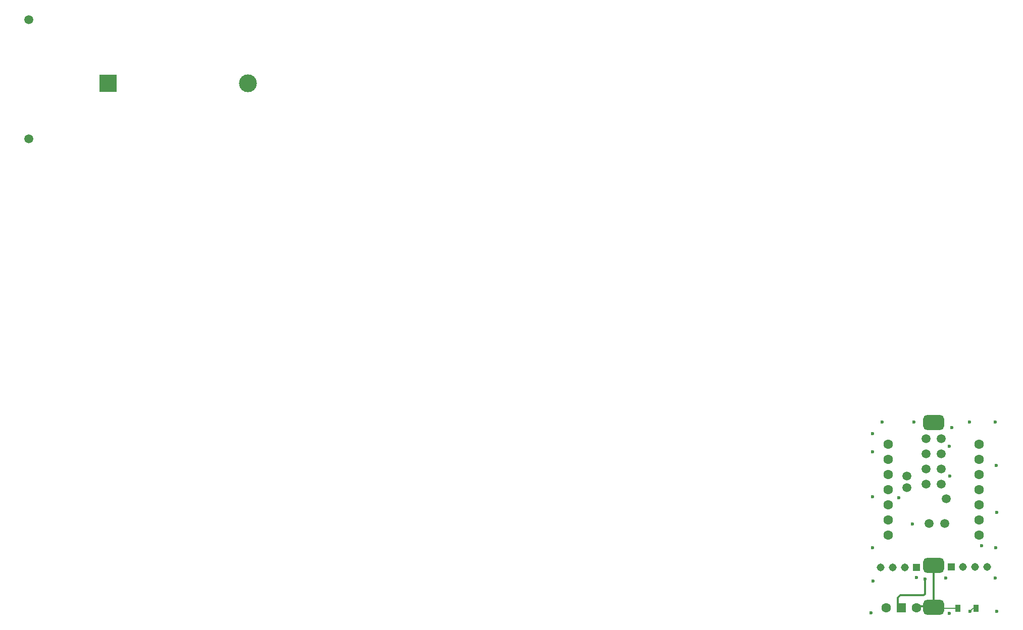
<source format=gbr>
%TF.GenerationSoftware,KiCad,Pcbnew,8.0.4*%
%TF.CreationDate,2024-10-12T11:12:09+09:00*%
%TF.ProjectId,XIAO_ButtonBatteryPCB,5849414f-5f42-4757-9474-6f6e42617474,rev?*%
%TF.SameCoordinates,Original*%
%TF.FileFunction,Copper,L2,Bot*%
%TF.FilePolarity,Positive*%
%FSLAX46Y46*%
G04 Gerber Fmt 4.6, Leading zero omitted, Abs format (unit mm)*
G04 Created by KiCad (PCBNEW 8.0.4) date 2024-10-12 11:12:09*
%MOMM*%
%LPD*%
G01*
G04 APERTURE LIST*
G04 Aperture macros list*
%AMRoundRect*
0 Rectangle with rounded corners*
0 $1 Rounding radius*
0 $2 $3 $4 $5 $6 $7 $8 $9 X,Y pos of 4 corners*
0 Add a 4 corners polygon primitive as box body*
4,1,4,$2,$3,$4,$5,$6,$7,$8,$9,$2,$3,0*
0 Add four circle primitives for the rounded corners*
1,1,$1+$1,$2,$3*
1,1,$1+$1,$4,$5*
1,1,$1+$1,$6,$7*
1,1,$1+$1,$8,$9*
0 Add four rect primitives between the rounded corners*
20,1,$1+$1,$2,$3,$4,$5,0*
20,1,$1+$1,$4,$5,$6,$7,0*
20,1,$1+$1,$6,$7,$8,$9,0*
20,1,$1+$1,$8,$9,$2,$3,0*%
G04 Aperture macros list end*
%TA.AperFunction,SMDPad,CuDef*%
%ADD10R,0.850000X1.200000*%
%TD*%
%TA.AperFunction,SMDPad,CuDef*%
%ADD11RoundRect,0.625000X1.125000X-0.625000X1.125000X0.625000X-1.125000X0.625000X-1.125000X-0.625000X0*%
%TD*%
%TA.AperFunction,ComponentPad*%
%ADD12C,1.500000*%
%TD*%
%TA.AperFunction,ComponentPad*%
%ADD13R,1.500000X1.500000*%
%TD*%
%TA.AperFunction,ComponentPad*%
%ADD14C,1.600000*%
%TD*%
%TA.AperFunction,SMDPad,CuDef*%
%ADD15RoundRect,0.625000X-1.125000X0.625000X-1.125000X-0.625000X1.125000X-0.625000X1.125000X0.625000X0*%
%TD*%
%TA.AperFunction,ComponentPad*%
%ADD16R,1.308000X1.308000*%
%TD*%
%TA.AperFunction,ComponentPad*%
%ADD17C,1.308000*%
%TD*%
%TA.AperFunction,ComponentPad*%
%ADD18C,3.000000*%
%TD*%
%TA.AperFunction,ComponentPad*%
%ADD19R,3.000000X3.000000*%
%TD*%
%TA.AperFunction,ViaPad*%
%ADD20C,0.600000*%
%TD*%
%TA.AperFunction,Conductor*%
%ADD21C,0.200000*%
%TD*%
%TA.AperFunction,Conductor*%
%ADD22C,0.300000*%
%TD*%
G04 APERTURE END LIST*
D10*
%TO.P,D1,1,K*%
%TO.N,Net-(D1-K)*%
X166612500Y-100100000D03*
%TO.P,D1,2,A*%
%TO.N,Net-(D1-A)*%
X169662500Y-100100000D03*
%TD*%
D11*
%TO.P,C3,4*%
%TO.N,N/C*%
X162600000Y-92900000D03*
X162600000Y-68900000D03*
D12*
%TO.P,C3,2*%
%TO.N,GND*%
X162600000Y-68900000D03*
%TO.P,C3,1*%
%TO.N,Net-(D1-K)*%
X162600000Y-92900000D03*
%TD*%
D13*
%TO.P,SW1,1,B*%
%TO.N,Net-(SW1-B)*%
X157160000Y-100000000D03*
D14*
%TO.P,SW1,2,C*%
%TO.N,Net-(D1-A)*%
X154620000Y-100000000D03*
%TO.P,SW1,3,A*%
%TO.N,Net-(D1-K)*%
X159700000Y-100000000D03*
%TD*%
D12*
%TO.P,U1,27,Vbat-*%
%TO.N,GND*%
X164414000Y-85820000D03*
%TO.P,U1,26,Vbat+*%
%TO.N,Net-(SW1-B)*%
X161814000Y-85820000D03*
%TO.P,U1,25,BOOT*%
%TO.N,unconnected-(U1-BOOT-Pad25)*%
X163824000Y-79270001D03*
%TO.P,U1,24,3V3*%
%TO.N,unconnected-(U1-3V3-Pad24)*%
X161289000Y-79270000D03*
%TO.P,U1,23,MTDI*%
%TO.N,unconnected-(U1-MTDI-Pad23)*%
X163834000Y-71600000D03*
%TO.P,U1,22,EN*%
%TO.N,unconnected-(U1-EN-Pad22)*%
X163834000Y-74180000D03*
%TO.P,U1,21,MTMS*%
%TO.N,unconnected-(U1-MTMS-Pad21)*%
X163834000Y-76720000D03*
%TO.P,U1,20,MTCK*%
%TO.N,unconnected-(U1-MTCK-Pad20)*%
X161294000Y-76720000D03*
%TO.P,U1,19,GND*%
%TO.N,unconnected-(U1-GND-Pad19)*%
X161294000Y-74180000D03*
%TO.P,U1,18,MTDO*%
%TO.N,unconnected-(U1-MTDO-Pad18)*%
X161294000Y-71600000D03*
%TO.P,U1,17,Vbat+*%
%TO.N,Net-(SW1-B)*%
X158064000Y-79820000D03*
%TO.P,U1,16,Vbat-*%
%TO.N,GND*%
X158064000Y-77920000D03*
%TO.P,U1,15,GND*%
X164664000Y-81720000D03*
D14*
%TO.P,U1,14,5V*%
%TO.N,/Vcc5v*%
X170184000Y-72600000D03*
%TO.P,U1,13,GND*%
%TO.N,GND*%
X170184000Y-75140000D03*
%TO.P,U1,12,3V3*%
%TO.N,unconnected-(U1-3V3-Pad12)*%
X170184000Y-77680000D03*
%TO.P,U1,11,PA6_A10_D10_MOSI*%
%TO.N,unconnected-(U1-PA6_A10_D10_MOSI-Pad11)*%
X170184000Y-80220000D03*
%TO.P,U1,10,PA5_A9_D9_MISO*%
%TO.N,unconnected-(U1-PA5_A9_D9_MISO-Pad10)*%
X170184000Y-82760000D03*
%TO.P,U1,9,PA7_A8_D8_SCK*%
%TO.N,unconnected-(U1-PA7_A8_D8_SCK-Pad9)*%
X170184000Y-85300000D03*
%TO.P,U1,8,PB09_A7_D7_RX*%
%TO.N,unconnected-(U1-PB09_A7_D7_RX-Pad8)*%
X170214000Y-87840000D03*
%TO.P,U1,7,PB08_A6_D6_TX*%
%TO.N,unconnected-(U1-PB08_A6_D6_TX-Pad7)*%
X154934000Y-87840000D03*
%TO.P,U1,6,PA9_A5_D5_SCL*%
%TO.N,/SCL*%
X154944000Y-85300000D03*
%TO.P,U1,5,PA8_A4_D4_SDA*%
%TO.N,/SDA*%
X154944000Y-82760000D03*
%TO.P,U1,4,PA11_A3_D3*%
%TO.N,unconnected-(U1-PA11_A3_D3-Pad4)*%
X154944000Y-80220000D03*
%TO.P,U1,3,PA10_A2_D2*%
%TO.N,unconnected-(U1-PA10_A2_D2-Pad3)*%
X154944000Y-77680000D03*
%TO.P,U1,2,PA4_A1_D1*%
%TO.N,unconnected-(U1-PA4_A1_D1-Pad2)*%
X154944000Y-75140000D03*
%TO.P,U1,1,PA02_A0_D0*%
%TO.N,unconnected-(U1-PA02_A0_D0-Pad1)*%
X154944000Y-72600000D03*
%TD*%
D15*
%TO.P,C4,4*%
%TO.N,N/C*%
X162600000Y-99900000D03*
D11*
%TO.P,C4,3*%
X162600000Y-68900000D03*
D12*
%TO.P,C4,2*%
%TO.N,GND*%
X162600000Y-68900000D03*
%TO.P,C4,1*%
%TO.N,Net-(D1-K)*%
X162600000Y-99900000D03*
%TD*%
D16*
%TO.P,J2,1,GND*%
%TO.N,GND*%
X159700000Y-93200000D03*
D17*
%TO.P,J2,2,Vcc*%
%TO.N,/Vcc5v*%
X157700000Y-93200000D03*
%TO.P,J2,3,SDA*%
%TO.N,/SDA*%
X155700000Y-93200000D03*
%TO.P,J2,4,SCL*%
%TO.N,/SCL*%
X153700000Y-93200000D03*
%TD*%
D12*
%TO.P,C2,2*%
%TO.N,Net-(C1-Pad2)*%
X10850000Y-1314999D03*
%TO.P,C2,1*%
%TO.N,Net-(D1-K)*%
X10850000Y-21314999D03*
%TD*%
D18*
%TO.P,C1,2*%
%TO.N,Net-(C1-Pad2)*%
X47600000Y-12050000D03*
D19*
%TO.P,C1,1*%
%TO.N,Net-(D1-K)*%
X24110000Y-12050000D03*
%TD*%
D16*
%TO.P,J1,1,GND*%
%TO.N,GND*%
X165500000Y-93100000D03*
D17*
%TO.P,J1,2,Vcc*%
%TO.N,/Vcc5v*%
X167500000Y-93100000D03*
%TO.P,J1,3,SDA*%
%TO.N,/SDA*%
X169500000Y-93100000D03*
%TO.P,J1,4,SCL*%
%TO.N,/SCL*%
X171500000Y-93100000D03*
%TD*%
D20*
%TO.N,Net-(D1-A)*%
X152100000Y-100800000D03*
%TO.N,Net-(D1-K)*%
X165200000Y-100900000D03*
%TO.N,Net-(D1-A)*%
X168700000Y-100600000D03*
%TO.N,Net-(SW1-B)*%
X161100000Y-95200000D03*
%TO.N,GND*%
X152400000Y-95500000D03*
X153900000Y-68800000D03*
X173100000Y-76100000D03*
X159700000Y-94900000D03*
X168600000Y-68800000D03*
X172900000Y-95000000D03*
X173160000Y-100600000D03*
X152300000Y-81400000D03*
X165200000Y-72900000D03*
X170600000Y-89600000D03*
X152300000Y-89900000D03*
X159000000Y-85900000D03*
X173000000Y-89900000D03*
X173150000Y-84000000D03*
X164600000Y-95000000D03*
X152310000Y-73850000D03*
X156700000Y-81500000D03*
X152300000Y-70800000D03*
X172900000Y-68800000D03*
X165600000Y-69800000D03*
X159300000Y-68800000D03*
X165300000Y-77900000D03*
%TD*%
D21*
%TO.N,Net-(D1-A)*%
X168700000Y-100600000D02*
X169200000Y-100100000D01*
X169200000Y-100100000D02*
X169662500Y-100100000D01*
%TO.N,Net-(D1-K)*%
X166612500Y-100100000D02*
X162800000Y-100100000D01*
X162800000Y-100100000D02*
X162600000Y-99900000D01*
D22*
%TO.N,Net-(SW1-B)*%
X160900000Y-97900000D02*
X157000000Y-97900000D01*
X157000000Y-97900000D02*
X156560000Y-98340000D01*
X161100000Y-95200000D02*
X161100000Y-97700000D01*
X161127079Y-95227079D02*
X161100000Y-95200000D01*
X161100000Y-97700000D02*
X160900000Y-97900000D01*
X156560000Y-98340000D02*
X156560000Y-99700000D01*
%TO.N,Net-(D1-K)*%
X162400000Y-99700000D02*
X162600000Y-99900000D01*
X159100000Y-99700000D02*
X162400000Y-99700000D01*
X162600000Y-99900000D02*
X162600000Y-92900000D01*
%TD*%
M02*

</source>
